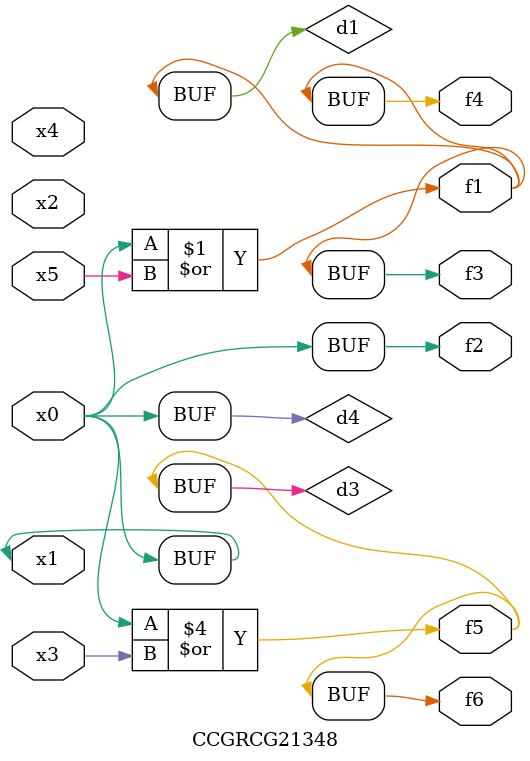
<source format=v>
module CCGRCG21348(
	input x0, x1, x2, x3, x4, x5,
	output f1, f2, f3, f4, f5, f6
);

	wire d1, d2, d3, d4;

	or (d1, x0, x5);
	xnor (d2, x1, x4);
	or (d3, x0, x3);
	buf (d4, x0, x1);
	assign f1 = d1;
	assign f2 = d4;
	assign f3 = d1;
	assign f4 = d1;
	assign f5 = d3;
	assign f6 = d3;
endmodule

</source>
